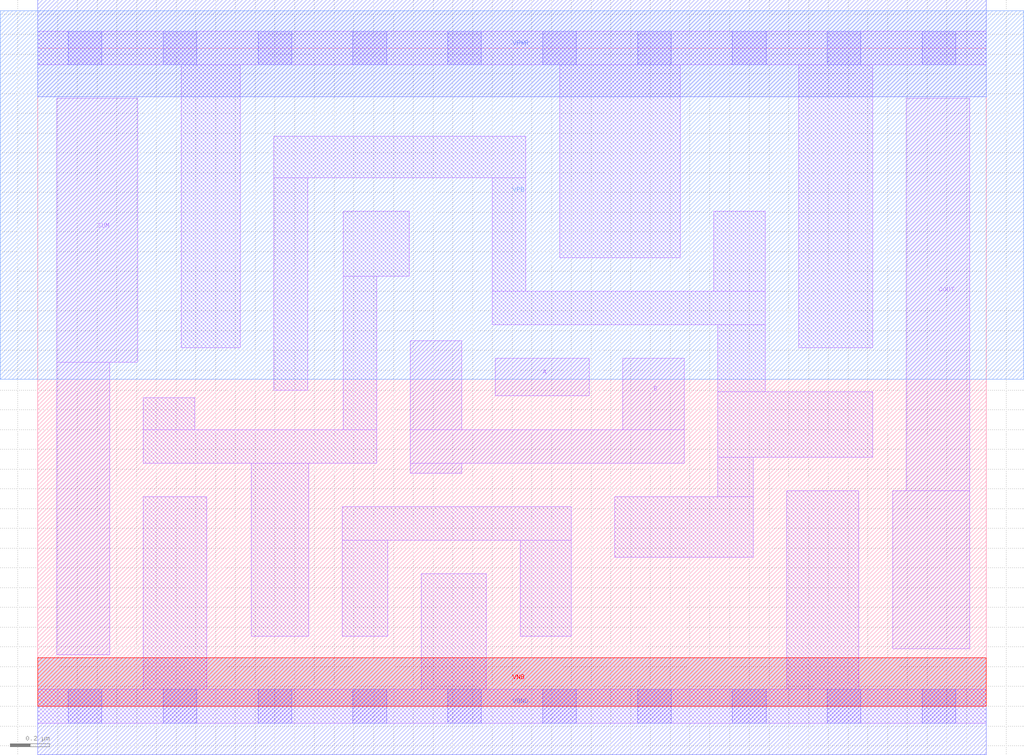
<source format=lef>
# Copyright 2020 The SkyWater PDK Authors
#
# Licensed under the Apache License, Version 2.0 (the "License");
# you may not use this file except in compliance with the License.
# You may obtain a copy of the License at
#
#     https://www.apache.org/licenses/LICENSE-2.0
#
# Unless required by applicable law or agreed to in writing, software
# distributed under the License is distributed on an "AS IS" BASIS,
# WITHOUT WARRANTIES OR CONDITIONS OF ANY KIND, either express or implied.
# See the License for the specific language governing permissions and
# limitations under the License.
#
# SPDX-License-Identifier: Apache-2.0

VERSION 5.7 ;
  NOWIREEXTENSIONATPIN ON ;
  DIVIDERCHAR "/" ;
  BUSBITCHARS "[]" ;
MACRO sky130_fd_sc_lp__ha_1
  CLASS CORE ;
  FOREIGN sky130_fd_sc_lp__ha_1 ;
  ORIGIN  0.000000  0.000000 ;
  SIZE  4.800000 BY  3.330000 ;
  SYMMETRY X Y R90 ;
  SITE unit ;
  PIN A
    ANTENNAGATEAREA  0.252000 ;
    DIRECTION INPUT ;
    USE SIGNAL ;
    PORT
      LAYER li1 ;
        RECT 2.315000 1.570000 2.790000 1.760000 ;
    END
  END A
  PIN B
    ANTENNAGATEAREA  0.252000 ;
    DIRECTION INPUT ;
    USE SIGNAL ;
    PORT
      LAYER li1 ;
        RECT 1.885000 1.180000 2.145000 1.230000 ;
        RECT 1.885000 1.230000 3.270000 1.400000 ;
        RECT 1.885000 1.400000 2.145000 1.850000 ;
        RECT 2.960000 1.400000 3.270000 1.760000 ;
    END
  END B
  PIN COUT
    ANTENNADIFFAREA  0.556500 ;
    DIRECTION OUTPUT ;
    USE SIGNAL ;
    PORT
      LAYER li1 ;
        RECT 4.325000 0.290000 4.715000 1.090000 ;
        RECT 4.395000 1.090000 4.715000 3.075000 ;
    END
  END COUT
  PIN SUM
    ANTENNADIFFAREA  0.556500 ;
    DIRECTION OUTPUT ;
    USE SIGNAL ;
    PORT
      LAYER li1 ;
        RECT 0.095000 0.260000 0.365000 1.740000 ;
        RECT 0.095000 1.740000 0.505000 3.075000 ;
    END
  END SUM
  PIN VGND
    DIRECTION INOUT ;
    USE GROUND ;
    PORT
      LAYER met1 ;
        RECT 0.000000 -0.245000 4.800000 0.245000 ;
    END
  END VGND
  PIN VNB
    DIRECTION INOUT ;
    USE GROUND ;
    PORT
      LAYER pwell ;
        RECT 0.000000 0.000000 4.800000 0.245000 ;
    END
  END VNB
  PIN VPB
    DIRECTION INOUT ;
    USE POWER ;
    PORT
      LAYER nwell ;
        RECT -0.190000 1.655000 4.990000 3.520000 ;
    END
  END VPB
  PIN VPWR
    DIRECTION INOUT ;
    USE POWER ;
    PORT
      LAYER met1 ;
        RECT 0.000000 3.085000 4.800000 3.575000 ;
    END
  END VPWR
  OBS
    LAYER li1 ;
      RECT 0.000000 -0.085000 4.800000 0.085000 ;
      RECT 0.000000  3.245000 4.800000 3.415000 ;
      RECT 0.535000  0.085000 0.855000 1.060000 ;
      RECT 0.535000  1.230000 1.715000 1.400000 ;
      RECT 0.535000  1.400000 0.795000 1.560000 ;
      RECT 0.725000  1.815000 1.025000 3.245000 ;
      RECT 1.080000  0.355000 1.370000 1.230000 ;
      RECT 1.195000  1.600000 1.365000 2.675000 ;
      RECT 1.195000  2.675000 2.470000 2.885000 ;
      RECT 1.540000  0.355000 1.770000 0.840000 ;
      RECT 1.540000  0.840000 2.700000 1.010000 ;
      RECT 1.545000  1.400000 1.715000 2.175000 ;
      RECT 1.545000  2.175000 1.880000 2.505000 ;
      RECT 1.940000  0.085000 2.270000 0.670000 ;
      RECT 2.300000  1.930000 3.680000 2.100000 ;
      RECT 2.300000  2.100000 2.470000 2.675000 ;
      RECT 2.440000  0.355000 2.700000 0.840000 ;
      RECT 2.640000  2.270000 3.250000 3.245000 ;
      RECT 2.920000  0.755000 3.620000 1.060000 ;
      RECT 3.420000  2.100000 3.680000 2.505000 ;
      RECT 3.440000  1.060000 3.620000 1.260000 ;
      RECT 3.440000  1.260000 4.225000 1.590000 ;
      RECT 3.440000  1.590000 3.680000 1.930000 ;
      RECT 3.790000  0.085000 4.155000 1.090000 ;
      RECT 3.850000  1.815000 4.225000 3.245000 ;
    LAYER mcon ;
      RECT 0.155000 -0.085000 0.325000 0.085000 ;
      RECT 0.155000  3.245000 0.325000 3.415000 ;
      RECT 0.635000 -0.085000 0.805000 0.085000 ;
      RECT 0.635000  3.245000 0.805000 3.415000 ;
      RECT 1.115000 -0.085000 1.285000 0.085000 ;
      RECT 1.115000  3.245000 1.285000 3.415000 ;
      RECT 1.595000 -0.085000 1.765000 0.085000 ;
      RECT 1.595000  3.245000 1.765000 3.415000 ;
      RECT 2.075000 -0.085000 2.245000 0.085000 ;
      RECT 2.075000  3.245000 2.245000 3.415000 ;
      RECT 2.555000 -0.085000 2.725000 0.085000 ;
      RECT 2.555000  3.245000 2.725000 3.415000 ;
      RECT 3.035000 -0.085000 3.205000 0.085000 ;
      RECT 3.035000  3.245000 3.205000 3.415000 ;
      RECT 3.515000 -0.085000 3.685000 0.085000 ;
      RECT 3.515000  3.245000 3.685000 3.415000 ;
      RECT 3.995000 -0.085000 4.165000 0.085000 ;
      RECT 3.995000  3.245000 4.165000 3.415000 ;
      RECT 4.475000 -0.085000 4.645000 0.085000 ;
      RECT 4.475000  3.245000 4.645000 3.415000 ;
  END
END sky130_fd_sc_lp__ha_1
END LIBRARY

</source>
